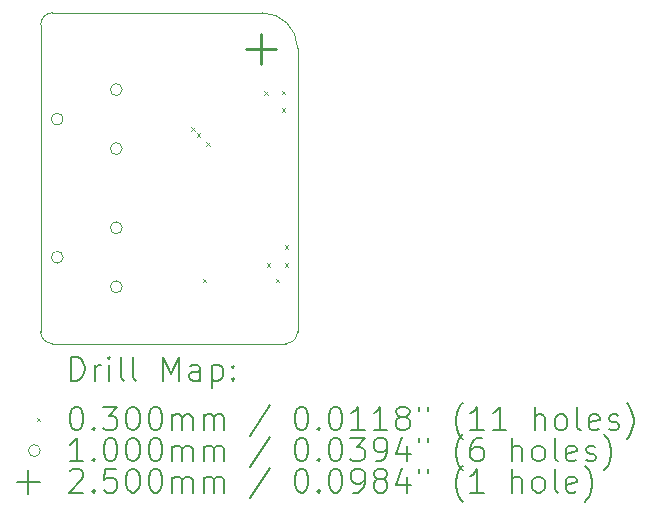
<source format=gbr>
%TF.GenerationSoftware,KiCad,Pcbnew,8.0.1*%
%TF.CreationDate,2024-07-10T16:12:53+08:00*%
%TF.ProjectId,555Sandbox,35353553-616e-4646-926f-782e6b696361,1.0.0*%
%TF.SameCoordinates,Original*%
%TF.FileFunction,Drillmap*%
%TF.FilePolarity,Positive*%
%FSLAX45Y45*%
G04 Gerber Fmt 4.5, Leading zero omitted, Abs format (unit mm)*
G04 Created by KiCad (PCBNEW 8.0.1) date 2024-07-10 16:12:53*
%MOMM*%
%LPD*%
G01*
G04 APERTURE LIST*
%ADD10C,0.050000*%
%ADD11C,0.200000*%
%ADD12C,0.100000*%
%ADD13C,0.250000*%
G04 APERTURE END LIST*
D10*
X9370000Y-6690000D02*
G75*
G02*
X9670000Y-6990000I0J-300000D01*
G01*
X9670000Y-9390000D02*
X9670000Y-6990000D01*
X7595000Y-9490000D02*
G75*
G02*
X7494292Y-9390005I0J100710D01*
G01*
X7495000Y-9390000D02*
X7495000Y-6790000D01*
X9670000Y-9390000D02*
G75*
G02*
X9570000Y-9490000I-100000J0D01*
G01*
X9570000Y-9490000D02*
X7595000Y-9490000D01*
X7495000Y-6790000D02*
G75*
G02*
X7595000Y-6690000I100000J0D01*
G01*
X7595000Y-6690000D02*
X9370000Y-6690000D01*
D11*
D12*
X8768002Y-7658002D02*
X8798002Y-7688002D01*
X8798002Y-7658002D02*
X8768002Y-7688002D01*
X8817500Y-7707500D02*
X8847500Y-7737500D01*
X8847500Y-7707500D02*
X8817500Y-7737500D01*
X8867500Y-8940000D02*
X8897500Y-8970000D01*
X8897500Y-8940000D02*
X8867500Y-8970000D01*
X8895000Y-7785000D02*
X8925000Y-7815000D01*
X8925000Y-7785000D02*
X8895000Y-7815000D01*
X9390000Y-7355000D02*
X9420000Y-7385000D01*
X9420000Y-7355000D02*
X9390000Y-7385000D01*
X9410000Y-8810000D02*
X9440000Y-8840000D01*
X9440000Y-8810000D02*
X9410000Y-8840000D01*
X9485000Y-8940000D02*
X9515000Y-8970000D01*
X9515000Y-8940000D02*
X9485000Y-8970000D01*
X9535000Y-7350000D02*
X9565000Y-7380000D01*
X9565000Y-7350000D02*
X9535000Y-7380000D01*
X9535000Y-7500000D02*
X9565000Y-7530000D01*
X9565000Y-7500000D02*
X9535000Y-7530000D01*
X9560000Y-8660000D02*
X9590000Y-8690000D01*
X9590000Y-8660000D02*
X9560000Y-8690000D01*
X9560000Y-8810000D02*
X9590000Y-8840000D01*
X9590000Y-8810000D02*
X9560000Y-8840000D01*
X7685000Y-7590000D02*
G75*
G02*
X7585000Y-7590000I-50000J0D01*
G01*
X7585000Y-7590000D02*
G75*
G02*
X7685000Y-7590000I50000J0D01*
G01*
X7685000Y-8760000D02*
G75*
G02*
X7585000Y-8760000I-50000J0D01*
G01*
X7585000Y-8760000D02*
G75*
G02*
X7685000Y-8760000I50000J0D01*
G01*
X8185000Y-7340000D02*
G75*
G02*
X8085000Y-7340000I-50000J0D01*
G01*
X8085000Y-7340000D02*
G75*
G02*
X8185000Y-7340000I50000J0D01*
G01*
X8185000Y-7840000D02*
G75*
G02*
X8085000Y-7840000I-50000J0D01*
G01*
X8085000Y-7840000D02*
G75*
G02*
X8185000Y-7840000I50000J0D01*
G01*
X8185000Y-8510000D02*
G75*
G02*
X8085000Y-8510000I-50000J0D01*
G01*
X8085000Y-8510000D02*
G75*
G02*
X8185000Y-8510000I50000J0D01*
G01*
X8185000Y-9010000D02*
G75*
G02*
X8085000Y-9010000I-50000J0D01*
G01*
X8085000Y-9010000D02*
G75*
G02*
X8185000Y-9010000I50000J0D01*
G01*
D13*
X9360000Y-6870000D02*
X9360000Y-7120000D01*
X9235000Y-6995000D02*
X9485000Y-6995000D01*
D11*
X7752569Y-9803984D02*
X7752569Y-9603984D01*
X7752569Y-9603984D02*
X7800188Y-9603984D01*
X7800188Y-9603984D02*
X7828759Y-9613508D01*
X7828759Y-9613508D02*
X7847807Y-9632555D01*
X7847807Y-9632555D02*
X7857330Y-9651603D01*
X7857330Y-9651603D02*
X7866854Y-9689698D01*
X7866854Y-9689698D02*
X7866854Y-9718270D01*
X7866854Y-9718270D02*
X7857330Y-9756365D01*
X7857330Y-9756365D02*
X7847807Y-9775412D01*
X7847807Y-9775412D02*
X7828759Y-9794460D01*
X7828759Y-9794460D02*
X7800188Y-9803984D01*
X7800188Y-9803984D02*
X7752569Y-9803984D01*
X7952569Y-9803984D02*
X7952569Y-9670650D01*
X7952569Y-9708746D02*
X7962092Y-9689698D01*
X7962092Y-9689698D02*
X7971616Y-9680174D01*
X7971616Y-9680174D02*
X7990664Y-9670650D01*
X7990664Y-9670650D02*
X8009711Y-9670650D01*
X8076378Y-9803984D02*
X8076378Y-9670650D01*
X8076378Y-9603984D02*
X8066854Y-9613508D01*
X8066854Y-9613508D02*
X8076378Y-9623031D01*
X8076378Y-9623031D02*
X8085902Y-9613508D01*
X8085902Y-9613508D02*
X8076378Y-9603984D01*
X8076378Y-9603984D02*
X8076378Y-9623031D01*
X8200188Y-9803984D02*
X8181140Y-9794460D01*
X8181140Y-9794460D02*
X8171616Y-9775412D01*
X8171616Y-9775412D02*
X8171616Y-9603984D01*
X8304949Y-9803984D02*
X8285902Y-9794460D01*
X8285902Y-9794460D02*
X8276378Y-9775412D01*
X8276378Y-9775412D02*
X8276378Y-9603984D01*
X8533521Y-9803984D02*
X8533521Y-9603984D01*
X8533521Y-9603984D02*
X8600188Y-9746841D01*
X8600188Y-9746841D02*
X8666854Y-9603984D01*
X8666854Y-9603984D02*
X8666854Y-9803984D01*
X8847807Y-9803984D02*
X8847807Y-9699222D01*
X8847807Y-9699222D02*
X8838283Y-9680174D01*
X8838283Y-9680174D02*
X8819235Y-9670650D01*
X8819235Y-9670650D02*
X8781140Y-9670650D01*
X8781140Y-9670650D02*
X8762092Y-9680174D01*
X8847807Y-9794460D02*
X8828759Y-9803984D01*
X8828759Y-9803984D02*
X8781140Y-9803984D01*
X8781140Y-9803984D02*
X8762092Y-9794460D01*
X8762092Y-9794460D02*
X8752569Y-9775412D01*
X8752569Y-9775412D02*
X8752569Y-9756365D01*
X8752569Y-9756365D02*
X8762092Y-9737317D01*
X8762092Y-9737317D02*
X8781140Y-9727793D01*
X8781140Y-9727793D02*
X8828759Y-9727793D01*
X8828759Y-9727793D02*
X8847807Y-9718270D01*
X8943045Y-9670650D02*
X8943045Y-9870650D01*
X8943045Y-9680174D02*
X8962092Y-9670650D01*
X8962092Y-9670650D02*
X9000188Y-9670650D01*
X9000188Y-9670650D02*
X9019235Y-9680174D01*
X9019235Y-9680174D02*
X9028759Y-9689698D01*
X9028759Y-9689698D02*
X9038283Y-9708746D01*
X9038283Y-9708746D02*
X9038283Y-9765889D01*
X9038283Y-9765889D02*
X9028759Y-9784936D01*
X9028759Y-9784936D02*
X9019235Y-9794460D01*
X9019235Y-9794460D02*
X9000188Y-9803984D01*
X9000188Y-9803984D02*
X8962092Y-9803984D01*
X8962092Y-9803984D02*
X8943045Y-9794460D01*
X9123997Y-9784936D02*
X9133521Y-9794460D01*
X9133521Y-9794460D02*
X9123997Y-9803984D01*
X9123997Y-9803984D02*
X9114473Y-9794460D01*
X9114473Y-9794460D02*
X9123997Y-9784936D01*
X9123997Y-9784936D02*
X9123997Y-9803984D01*
X9123997Y-9680174D02*
X9133521Y-9689698D01*
X9133521Y-9689698D02*
X9123997Y-9699222D01*
X9123997Y-9699222D02*
X9114473Y-9689698D01*
X9114473Y-9689698D02*
X9123997Y-9680174D01*
X9123997Y-9680174D02*
X9123997Y-9699222D01*
D12*
X7461792Y-10117500D02*
X7491792Y-10147500D01*
X7491792Y-10117500D02*
X7461792Y-10147500D01*
D11*
X7790664Y-10023984D02*
X7809711Y-10023984D01*
X7809711Y-10023984D02*
X7828759Y-10033508D01*
X7828759Y-10033508D02*
X7838283Y-10043031D01*
X7838283Y-10043031D02*
X7847807Y-10062079D01*
X7847807Y-10062079D02*
X7857330Y-10100174D01*
X7857330Y-10100174D02*
X7857330Y-10147793D01*
X7857330Y-10147793D02*
X7847807Y-10185889D01*
X7847807Y-10185889D02*
X7838283Y-10204936D01*
X7838283Y-10204936D02*
X7828759Y-10214460D01*
X7828759Y-10214460D02*
X7809711Y-10223984D01*
X7809711Y-10223984D02*
X7790664Y-10223984D01*
X7790664Y-10223984D02*
X7771616Y-10214460D01*
X7771616Y-10214460D02*
X7762092Y-10204936D01*
X7762092Y-10204936D02*
X7752569Y-10185889D01*
X7752569Y-10185889D02*
X7743045Y-10147793D01*
X7743045Y-10147793D02*
X7743045Y-10100174D01*
X7743045Y-10100174D02*
X7752569Y-10062079D01*
X7752569Y-10062079D02*
X7762092Y-10043031D01*
X7762092Y-10043031D02*
X7771616Y-10033508D01*
X7771616Y-10033508D02*
X7790664Y-10023984D01*
X7943045Y-10204936D02*
X7952569Y-10214460D01*
X7952569Y-10214460D02*
X7943045Y-10223984D01*
X7943045Y-10223984D02*
X7933521Y-10214460D01*
X7933521Y-10214460D02*
X7943045Y-10204936D01*
X7943045Y-10204936D02*
X7943045Y-10223984D01*
X8019235Y-10023984D02*
X8143045Y-10023984D01*
X8143045Y-10023984D02*
X8076378Y-10100174D01*
X8076378Y-10100174D02*
X8104950Y-10100174D01*
X8104950Y-10100174D02*
X8123997Y-10109698D01*
X8123997Y-10109698D02*
X8133521Y-10119222D01*
X8133521Y-10119222D02*
X8143045Y-10138270D01*
X8143045Y-10138270D02*
X8143045Y-10185889D01*
X8143045Y-10185889D02*
X8133521Y-10204936D01*
X8133521Y-10204936D02*
X8123997Y-10214460D01*
X8123997Y-10214460D02*
X8104950Y-10223984D01*
X8104950Y-10223984D02*
X8047807Y-10223984D01*
X8047807Y-10223984D02*
X8028759Y-10214460D01*
X8028759Y-10214460D02*
X8019235Y-10204936D01*
X8266854Y-10023984D02*
X8285902Y-10023984D01*
X8285902Y-10023984D02*
X8304950Y-10033508D01*
X8304950Y-10033508D02*
X8314473Y-10043031D01*
X8314473Y-10043031D02*
X8323997Y-10062079D01*
X8323997Y-10062079D02*
X8333521Y-10100174D01*
X8333521Y-10100174D02*
X8333521Y-10147793D01*
X8333521Y-10147793D02*
X8323997Y-10185889D01*
X8323997Y-10185889D02*
X8314473Y-10204936D01*
X8314473Y-10204936D02*
X8304950Y-10214460D01*
X8304950Y-10214460D02*
X8285902Y-10223984D01*
X8285902Y-10223984D02*
X8266854Y-10223984D01*
X8266854Y-10223984D02*
X8247807Y-10214460D01*
X8247807Y-10214460D02*
X8238283Y-10204936D01*
X8238283Y-10204936D02*
X8228759Y-10185889D01*
X8228759Y-10185889D02*
X8219235Y-10147793D01*
X8219235Y-10147793D02*
X8219235Y-10100174D01*
X8219235Y-10100174D02*
X8228759Y-10062079D01*
X8228759Y-10062079D02*
X8238283Y-10043031D01*
X8238283Y-10043031D02*
X8247807Y-10033508D01*
X8247807Y-10033508D02*
X8266854Y-10023984D01*
X8457331Y-10023984D02*
X8476378Y-10023984D01*
X8476378Y-10023984D02*
X8495426Y-10033508D01*
X8495426Y-10033508D02*
X8504950Y-10043031D01*
X8504950Y-10043031D02*
X8514473Y-10062079D01*
X8514473Y-10062079D02*
X8523997Y-10100174D01*
X8523997Y-10100174D02*
X8523997Y-10147793D01*
X8523997Y-10147793D02*
X8514473Y-10185889D01*
X8514473Y-10185889D02*
X8504950Y-10204936D01*
X8504950Y-10204936D02*
X8495426Y-10214460D01*
X8495426Y-10214460D02*
X8476378Y-10223984D01*
X8476378Y-10223984D02*
X8457331Y-10223984D01*
X8457331Y-10223984D02*
X8438283Y-10214460D01*
X8438283Y-10214460D02*
X8428759Y-10204936D01*
X8428759Y-10204936D02*
X8419235Y-10185889D01*
X8419235Y-10185889D02*
X8409712Y-10147793D01*
X8409712Y-10147793D02*
X8409712Y-10100174D01*
X8409712Y-10100174D02*
X8419235Y-10062079D01*
X8419235Y-10062079D02*
X8428759Y-10043031D01*
X8428759Y-10043031D02*
X8438283Y-10033508D01*
X8438283Y-10033508D02*
X8457331Y-10023984D01*
X8609712Y-10223984D02*
X8609712Y-10090650D01*
X8609712Y-10109698D02*
X8619235Y-10100174D01*
X8619235Y-10100174D02*
X8638283Y-10090650D01*
X8638283Y-10090650D02*
X8666854Y-10090650D01*
X8666854Y-10090650D02*
X8685902Y-10100174D01*
X8685902Y-10100174D02*
X8695426Y-10119222D01*
X8695426Y-10119222D02*
X8695426Y-10223984D01*
X8695426Y-10119222D02*
X8704950Y-10100174D01*
X8704950Y-10100174D02*
X8723997Y-10090650D01*
X8723997Y-10090650D02*
X8752569Y-10090650D01*
X8752569Y-10090650D02*
X8771616Y-10100174D01*
X8771616Y-10100174D02*
X8781140Y-10119222D01*
X8781140Y-10119222D02*
X8781140Y-10223984D01*
X8876378Y-10223984D02*
X8876378Y-10090650D01*
X8876378Y-10109698D02*
X8885902Y-10100174D01*
X8885902Y-10100174D02*
X8904950Y-10090650D01*
X8904950Y-10090650D02*
X8933521Y-10090650D01*
X8933521Y-10090650D02*
X8952569Y-10100174D01*
X8952569Y-10100174D02*
X8962093Y-10119222D01*
X8962093Y-10119222D02*
X8962093Y-10223984D01*
X8962093Y-10119222D02*
X8971616Y-10100174D01*
X8971616Y-10100174D02*
X8990664Y-10090650D01*
X8990664Y-10090650D02*
X9019235Y-10090650D01*
X9019235Y-10090650D02*
X9038283Y-10100174D01*
X9038283Y-10100174D02*
X9047807Y-10119222D01*
X9047807Y-10119222D02*
X9047807Y-10223984D01*
X9438283Y-10014460D02*
X9266855Y-10271603D01*
X9695426Y-10023984D02*
X9714474Y-10023984D01*
X9714474Y-10023984D02*
X9733521Y-10033508D01*
X9733521Y-10033508D02*
X9743045Y-10043031D01*
X9743045Y-10043031D02*
X9752569Y-10062079D01*
X9752569Y-10062079D02*
X9762093Y-10100174D01*
X9762093Y-10100174D02*
X9762093Y-10147793D01*
X9762093Y-10147793D02*
X9752569Y-10185889D01*
X9752569Y-10185889D02*
X9743045Y-10204936D01*
X9743045Y-10204936D02*
X9733521Y-10214460D01*
X9733521Y-10214460D02*
X9714474Y-10223984D01*
X9714474Y-10223984D02*
X9695426Y-10223984D01*
X9695426Y-10223984D02*
X9676378Y-10214460D01*
X9676378Y-10214460D02*
X9666855Y-10204936D01*
X9666855Y-10204936D02*
X9657331Y-10185889D01*
X9657331Y-10185889D02*
X9647807Y-10147793D01*
X9647807Y-10147793D02*
X9647807Y-10100174D01*
X9647807Y-10100174D02*
X9657331Y-10062079D01*
X9657331Y-10062079D02*
X9666855Y-10043031D01*
X9666855Y-10043031D02*
X9676378Y-10033508D01*
X9676378Y-10033508D02*
X9695426Y-10023984D01*
X9847807Y-10204936D02*
X9857331Y-10214460D01*
X9857331Y-10214460D02*
X9847807Y-10223984D01*
X9847807Y-10223984D02*
X9838283Y-10214460D01*
X9838283Y-10214460D02*
X9847807Y-10204936D01*
X9847807Y-10204936D02*
X9847807Y-10223984D01*
X9981140Y-10023984D02*
X10000188Y-10023984D01*
X10000188Y-10023984D02*
X10019236Y-10033508D01*
X10019236Y-10033508D02*
X10028759Y-10043031D01*
X10028759Y-10043031D02*
X10038283Y-10062079D01*
X10038283Y-10062079D02*
X10047807Y-10100174D01*
X10047807Y-10100174D02*
X10047807Y-10147793D01*
X10047807Y-10147793D02*
X10038283Y-10185889D01*
X10038283Y-10185889D02*
X10028759Y-10204936D01*
X10028759Y-10204936D02*
X10019236Y-10214460D01*
X10019236Y-10214460D02*
X10000188Y-10223984D01*
X10000188Y-10223984D02*
X9981140Y-10223984D01*
X9981140Y-10223984D02*
X9962093Y-10214460D01*
X9962093Y-10214460D02*
X9952569Y-10204936D01*
X9952569Y-10204936D02*
X9943045Y-10185889D01*
X9943045Y-10185889D02*
X9933521Y-10147793D01*
X9933521Y-10147793D02*
X9933521Y-10100174D01*
X9933521Y-10100174D02*
X9943045Y-10062079D01*
X9943045Y-10062079D02*
X9952569Y-10043031D01*
X9952569Y-10043031D02*
X9962093Y-10033508D01*
X9962093Y-10033508D02*
X9981140Y-10023984D01*
X10238283Y-10223984D02*
X10123997Y-10223984D01*
X10181140Y-10223984D02*
X10181140Y-10023984D01*
X10181140Y-10023984D02*
X10162093Y-10052555D01*
X10162093Y-10052555D02*
X10143045Y-10071603D01*
X10143045Y-10071603D02*
X10123997Y-10081127D01*
X10428759Y-10223984D02*
X10314474Y-10223984D01*
X10371616Y-10223984D02*
X10371616Y-10023984D01*
X10371616Y-10023984D02*
X10352569Y-10052555D01*
X10352569Y-10052555D02*
X10333521Y-10071603D01*
X10333521Y-10071603D02*
X10314474Y-10081127D01*
X10543045Y-10109698D02*
X10523997Y-10100174D01*
X10523997Y-10100174D02*
X10514474Y-10090650D01*
X10514474Y-10090650D02*
X10504950Y-10071603D01*
X10504950Y-10071603D02*
X10504950Y-10062079D01*
X10504950Y-10062079D02*
X10514474Y-10043031D01*
X10514474Y-10043031D02*
X10523997Y-10033508D01*
X10523997Y-10033508D02*
X10543045Y-10023984D01*
X10543045Y-10023984D02*
X10581140Y-10023984D01*
X10581140Y-10023984D02*
X10600188Y-10033508D01*
X10600188Y-10033508D02*
X10609712Y-10043031D01*
X10609712Y-10043031D02*
X10619236Y-10062079D01*
X10619236Y-10062079D02*
X10619236Y-10071603D01*
X10619236Y-10071603D02*
X10609712Y-10090650D01*
X10609712Y-10090650D02*
X10600188Y-10100174D01*
X10600188Y-10100174D02*
X10581140Y-10109698D01*
X10581140Y-10109698D02*
X10543045Y-10109698D01*
X10543045Y-10109698D02*
X10523997Y-10119222D01*
X10523997Y-10119222D02*
X10514474Y-10128746D01*
X10514474Y-10128746D02*
X10504950Y-10147793D01*
X10504950Y-10147793D02*
X10504950Y-10185889D01*
X10504950Y-10185889D02*
X10514474Y-10204936D01*
X10514474Y-10204936D02*
X10523997Y-10214460D01*
X10523997Y-10214460D02*
X10543045Y-10223984D01*
X10543045Y-10223984D02*
X10581140Y-10223984D01*
X10581140Y-10223984D02*
X10600188Y-10214460D01*
X10600188Y-10214460D02*
X10609712Y-10204936D01*
X10609712Y-10204936D02*
X10619236Y-10185889D01*
X10619236Y-10185889D02*
X10619236Y-10147793D01*
X10619236Y-10147793D02*
X10609712Y-10128746D01*
X10609712Y-10128746D02*
X10600188Y-10119222D01*
X10600188Y-10119222D02*
X10581140Y-10109698D01*
X10695426Y-10023984D02*
X10695426Y-10062079D01*
X10771617Y-10023984D02*
X10771617Y-10062079D01*
X11066855Y-10300174D02*
X11057331Y-10290650D01*
X11057331Y-10290650D02*
X11038283Y-10262079D01*
X11038283Y-10262079D02*
X11028759Y-10243031D01*
X11028759Y-10243031D02*
X11019236Y-10214460D01*
X11019236Y-10214460D02*
X11009712Y-10166841D01*
X11009712Y-10166841D02*
X11009712Y-10128746D01*
X11009712Y-10128746D02*
X11019236Y-10081127D01*
X11019236Y-10081127D02*
X11028759Y-10052555D01*
X11028759Y-10052555D02*
X11038283Y-10033508D01*
X11038283Y-10033508D02*
X11057331Y-10004936D01*
X11057331Y-10004936D02*
X11066855Y-9995412D01*
X11247807Y-10223984D02*
X11133521Y-10223984D01*
X11190664Y-10223984D02*
X11190664Y-10023984D01*
X11190664Y-10023984D02*
X11171617Y-10052555D01*
X11171617Y-10052555D02*
X11152569Y-10071603D01*
X11152569Y-10071603D02*
X11133521Y-10081127D01*
X11438283Y-10223984D02*
X11323997Y-10223984D01*
X11381140Y-10223984D02*
X11381140Y-10023984D01*
X11381140Y-10023984D02*
X11362093Y-10052555D01*
X11362093Y-10052555D02*
X11343045Y-10071603D01*
X11343045Y-10071603D02*
X11323997Y-10081127D01*
X11676378Y-10223984D02*
X11676378Y-10023984D01*
X11762093Y-10223984D02*
X11762093Y-10119222D01*
X11762093Y-10119222D02*
X11752569Y-10100174D01*
X11752569Y-10100174D02*
X11733521Y-10090650D01*
X11733521Y-10090650D02*
X11704950Y-10090650D01*
X11704950Y-10090650D02*
X11685902Y-10100174D01*
X11685902Y-10100174D02*
X11676378Y-10109698D01*
X11885902Y-10223984D02*
X11866855Y-10214460D01*
X11866855Y-10214460D02*
X11857331Y-10204936D01*
X11857331Y-10204936D02*
X11847807Y-10185889D01*
X11847807Y-10185889D02*
X11847807Y-10128746D01*
X11847807Y-10128746D02*
X11857331Y-10109698D01*
X11857331Y-10109698D02*
X11866855Y-10100174D01*
X11866855Y-10100174D02*
X11885902Y-10090650D01*
X11885902Y-10090650D02*
X11914474Y-10090650D01*
X11914474Y-10090650D02*
X11933521Y-10100174D01*
X11933521Y-10100174D02*
X11943045Y-10109698D01*
X11943045Y-10109698D02*
X11952569Y-10128746D01*
X11952569Y-10128746D02*
X11952569Y-10185889D01*
X11952569Y-10185889D02*
X11943045Y-10204936D01*
X11943045Y-10204936D02*
X11933521Y-10214460D01*
X11933521Y-10214460D02*
X11914474Y-10223984D01*
X11914474Y-10223984D02*
X11885902Y-10223984D01*
X12066855Y-10223984D02*
X12047807Y-10214460D01*
X12047807Y-10214460D02*
X12038283Y-10195412D01*
X12038283Y-10195412D02*
X12038283Y-10023984D01*
X12219236Y-10214460D02*
X12200188Y-10223984D01*
X12200188Y-10223984D02*
X12162093Y-10223984D01*
X12162093Y-10223984D02*
X12143045Y-10214460D01*
X12143045Y-10214460D02*
X12133521Y-10195412D01*
X12133521Y-10195412D02*
X12133521Y-10119222D01*
X12133521Y-10119222D02*
X12143045Y-10100174D01*
X12143045Y-10100174D02*
X12162093Y-10090650D01*
X12162093Y-10090650D02*
X12200188Y-10090650D01*
X12200188Y-10090650D02*
X12219236Y-10100174D01*
X12219236Y-10100174D02*
X12228759Y-10119222D01*
X12228759Y-10119222D02*
X12228759Y-10138270D01*
X12228759Y-10138270D02*
X12133521Y-10157317D01*
X12304950Y-10214460D02*
X12323998Y-10223984D01*
X12323998Y-10223984D02*
X12362093Y-10223984D01*
X12362093Y-10223984D02*
X12381140Y-10214460D01*
X12381140Y-10214460D02*
X12390664Y-10195412D01*
X12390664Y-10195412D02*
X12390664Y-10185889D01*
X12390664Y-10185889D02*
X12381140Y-10166841D01*
X12381140Y-10166841D02*
X12362093Y-10157317D01*
X12362093Y-10157317D02*
X12333521Y-10157317D01*
X12333521Y-10157317D02*
X12314474Y-10147793D01*
X12314474Y-10147793D02*
X12304950Y-10128746D01*
X12304950Y-10128746D02*
X12304950Y-10119222D01*
X12304950Y-10119222D02*
X12314474Y-10100174D01*
X12314474Y-10100174D02*
X12333521Y-10090650D01*
X12333521Y-10090650D02*
X12362093Y-10090650D01*
X12362093Y-10090650D02*
X12381140Y-10100174D01*
X12457331Y-10300174D02*
X12466855Y-10290650D01*
X12466855Y-10290650D02*
X12485902Y-10262079D01*
X12485902Y-10262079D02*
X12495426Y-10243031D01*
X12495426Y-10243031D02*
X12504950Y-10214460D01*
X12504950Y-10214460D02*
X12514474Y-10166841D01*
X12514474Y-10166841D02*
X12514474Y-10128746D01*
X12514474Y-10128746D02*
X12504950Y-10081127D01*
X12504950Y-10081127D02*
X12495426Y-10052555D01*
X12495426Y-10052555D02*
X12485902Y-10033508D01*
X12485902Y-10033508D02*
X12466855Y-10004936D01*
X12466855Y-10004936D02*
X12457331Y-9995412D01*
D12*
X7491792Y-10396500D02*
G75*
G02*
X7391792Y-10396500I-50000J0D01*
G01*
X7391792Y-10396500D02*
G75*
G02*
X7491792Y-10396500I50000J0D01*
G01*
D11*
X7857330Y-10487984D02*
X7743045Y-10487984D01*
X7800188Y-10487984D02*
X7800188Y-10287984D01*
X7800188Y-10287984D02*
X7781140Y-10316555D01*
X7781140Y-10316555D02*
X7762092Y-10335603D01*
X7762092Y-10335603D02*
X7743045Y-10345127D01*
X7943045Y-10468936D02*
X7952569Y-10478460D01*
X7952569Y-10478460D02*
X7943045Y-10487984D01*
X7943045Y-10487984D02*
X7933521Y-10478460D01*
X7933521Y-10478460D02*
X7943045Y-10468936D01*
X7943045Y-10468936D02*
X7943045Y-10487984D01*
X8076378Y-10287984D02*
X8095426Y-10287984D01*
X8095426Y-10287984D02*
X8114473Y-10297508D01*
X8114473Y-10297508D02*
X8123997Y-10307031D01*
X8123997Y-10307031D02*
X8133521Y-10326079D01*
X8133521Y-10326079D02*
X8143045Y-10364174D01*
X8143045Y-10364174D02*
X8143045Y-10411793D01*
X8143045Y-10411793D02*
X8133521Y-10449889D01*
X8133521Y-10449889D02*
X8123997Y-10468936D01*
X8123997Y-10468936D02*
X8114473Y-10478460D01*
X8114473Y-10478460D02*
X8095426Y-10487984D01*
X8095426Y-10487984D02*
X8076378Y-10487984D01*
X8076378Y-10487984D02*
X8057330Y-10478460D01*
X8057330Y-10478460D02*
X8047807Y-10468936D01*
X8047807Y-10468936D02*
X8038283Y-10449889D01*
X8038283Y-10449889D02*
X8028759Y-10411793D01*
X8028759Y-10411793D02*
X8028759Y-10364174D01*
X8028759Y-10364174D02*
X8038283Y-10326079D01*
X8038283Y-10326079D02*
X8047807Y-10307031D01*
X8047807Y-10307031D02*
X8057330Y-10297508D01*
X8057330Y-10297508D02*
X8076378Y-10287984D01*
X8266854Y-10287984D02*
X8285902Y-10287984D01*
X8285902Y-10287984D02*
X8304950Y-10297508D01*
X8304950Y-10297508D02*
X8314473Y-10307031D01*
X8314473Y-10307031D02*
X8323997Y-10326079D01*
X8323997Y-10326079D02*
X8333521Y-10364174D01*
X8333521Y-10364174D02*
X8333521Y-10411793D01*
X8333521Y-10411793D02*
X8323997Y-10449889D01*
X8323997Y-10449889D02*
X8314473Y-10468936D01*
X8314473Y-10468936D02*
X8304950Y-10478460D01*
X8304950Y-10478460D02*
X8285902Y-10487984D01*
X8285902Y-10487984D02*
X8266854Y-10487984D01*
X8266854Y-10487984D02*
X8247807Y-10478460D01*
X8247807Y-10478460D02*
X8238283Y-10468936D01*
X8238283Y-10468936D02*
X8228759Y-10449889D01*
X8228759Y-10449889D02*
X8219235Y-10411793D01*
X8219235Y-10411793D02*
X8219235Y-10364174D01*
X8219235Y-10364174D02*
X8228759Y-10326079D01*
X8228759Y-10326079D02*
X8238283Y-10307031D01*
X8238283Y-10307031D02*
X8247807Y-10297508D01*
X8247807Y-10297508D02*
X8266854Y-10287984D01*
X8457331Y-10287984D02*
X8476378Y-10287984D01*
X8476378Y-10287984D02*
X8495426Y-10297508D01*
X8495426Y-10297508D02*
X8504950Y-10307031D01*
X8504950Y-10307031D02*
X8514473Y-10326079D01*
X8514473Y-10326079D02*
X8523997Y-10364174D01*
X8523997Y-10364174D02*
X8523997Y-10411793D01*
X8523997Y-10411793D02*
X8514473Y-10449889D01*
X8514473Y-10449889D02*
X8504950Y-10468936D01*
X8504950Y-10468936D02*
X8495426Y-10478460D01*
X8495426Y-10478460D02*
X8476378Y-10487984D01*
X8476378Y-10487984D02*
X8457331Y-10487984D01*
X8457331Y-10487984D02*
X8438283Y-10478460D01*
X8438283Y-10478460D02*
X8428759Y-10468936D01*
X8428759Y-10468936D02*
X8419235Y-10449889D01*
X8419235Y-10449889D02*
X8409712Y-10411793D01*
X8409712Y-10411793D02*
X8409712Y-10364174D01*
X8409712Y-10364174D02*
X8419235Y-10326079D01*
X8419235Y-10326079D02*
X8428759Y-10307031D01*
X8428759Y-10307031D02*
X8438283Y-10297508D01*
X8438283Y-10297508D02*
X8457331Y-10287984D01*
X8609712Y-10487984D02*
X8609712Y-10354650D01*
X8609712Y-10373698D02*
X8619235Y-10364174D01*
X8619235Y-10364174D02*
X8638283Y-10354650D01*
X8638283Y-10354650D02*
X8666854Y-10354650D01*
X8666854Y-10354650D02*
X8685902Y-10364174D01*
X8685902Y-10364174D02*
X8695426Y-10383222D01*
X8695426Y-10383222D02*
X8695426Y-10487984D01*
X8695426Y-10383222D02*
X8704950Y-10364174D01*
X8704950Y-10364174D02*
X8723997Y-10354650D01*
X8723997Y-10354650D02*
X8752569Y-10354650D01*
X8752569Y-10354650D02*
X8771616Y-10364174D01*
X8771616Y-10364174D02*
X8781140Y-10383222D01*
X8781140Y-10383222D02*
X8781140Y-10487984D01*
X8876378Y-10487984D02*
X8876378Y-10354650D01*
X8876378Y-10373698D02*
X8885902Y-10364174D01*
X8885902Y-10364174D02*
X8904950Y-10354650D01*
X8904950Y-10354650D02*
X8933521Y-10354650D01*
X8933521Y-10354650D02*
X8952569Y-10364174D01*
X8952569Y-10364174D02*
X8962093Y-10383222D01*
X8962093Y-10383222D02*
X8962093Y-10487984D01*
X8962093Y-10383222D02*
X8971616Y-10364174D01*
X8971616Y-10364174D02*
X8990664Y-10354650D01*
X8990664Y-10354650D02*
X9019235Y-10354650D01*
X9019235Y-10354650D02*
X9038283Y-10364174D01*
X9038283Y-10364174D02*
X9047807Y-10383222D01*
X9047807Y-10383222D02*
X9047807Y-10487984D01*
X9438283Y-10278460D02*
X9266855Y-10535603D01*
X9695426Y-10287984D02*
X9714474Y-10287984D01*
X9714474Y-10287984D02*
X9733521Y-10297508D01*
X9733521Y-10297508D02*
X9743045Y-10307031D01*
X9743045Y-10307031D02*
X9752569Y-10326079D01*
X9752569Y-10326079D02*
X9762093Y-10364174D01*
X9762093Y-10364174D02*
X9762093Y-10411793D01*
X9762093Y-10411793D02*
X9752569Y-10449889D01*
X9752569Y-10449889D02*
X9743045Y-10468936D01*
X9743045Y-10468936D02*
X9733521Y-10478460D01*
X9733521Y-10478460D02*
X9714474Y-10487984D01*
X9714474Y-10487984D02*
X9695426Y-10487984D01*
X9695426Y-10487984D02*
X9676378Y-10478460D01*
X9676378Y-10478460D02*
X9666855Y-10468936D01*
X9666855Y-10468936D02*
X9657331Y-10449889D01*
X9657331Y-10449889D02*
X9647807Y-10411793D01*
X9647807Y-10411793D02*
X9647807Y-10364174D01*
X9647807Y-10364174D02*
X9657331Y-10326079D01*
X9657331Y-10326079D02*
X9666855Y-10307031D01*
X9666855Y-10307031D02*
X9676378Y-10297508D01*
X9676378Y-10297508D02*
X9695426Y-10287984D01*
X9847807Y-10468936D02*
X9857331Y-10478460D01*
X9857331Y-10478460D02*
X9847807Y-10487984D01*
X9847807Y-10487984D02*
X9838283Y-10478460D01*
X9838283Y-10478460D02*
X9847807Y-10468936D01*
X9847807Y-10468936D02*
X9847807Y-10487984D01*
X9981140Y-10287984D02*
X10000188Y-10287984D01*
X10000188Y-10287984D02*
X10019236Y-10297508D01*
X10019236Y-10297508D02*
X10028759Y-10307031D01*
X10028759Y-10307031D02*
X10038283Y-10326079D01*
X10038283Y-10326079D02*
X10047807Y-10364174D01*
X10047807Y-10364174D02*
X10047807Y-10411793D01*
X10047807Y-10411793D02*
X10038283Y-10449889D01*
X10038283Y-10449889D02*
X10028759Y-10468936D01*
X10028759Y-10468936D02*
X10019236Y-10478460D01*
X10019236Y-10478460D02*
X10000188Y-10487984D01*
X10000188Y-10487984D02*
X9981140Y-10487984D01*
X9981140Y-10487984D02*
X9962093Y-10478460D01*
X9962093Y-10478460D02*
X9952569Y-10468936D01*
X9952569Y-10468936D02*
X9943045Y-10449889D01*
X9943045Y-10449889D02*
X9933521Y-10411793D01*
X9933521Y-10411793D02*
X9933521Y-10364174D01*
X9933521Y-10364174D02*
X9943045Y-10326079D01*
X9943045Y-10326079D02*
X9952569Y-10307031D01*
X9952569Y-10307031D02*
X9962093Y-10297508D01*
X9962093Y-10297508D02*
X9981140Y-10287984D01*
X10114474Y-10287984D02*
X10238283Y-10287984D01*
X10238283Y-10287984D02*
X10171616Y-10364174D01*
X10171616Y-10364174D02*
X10200188Y-10364174D01*
X10200188Y-10364174D02*
X10219236Y-10373698D01*
X10219236Y-10373698D02*
X10228759Y-10383222D01*
X10228759Y-10383222D02*
X10238283Y-10402270D01*
X10238283Y-10402270D02*
X10238283Y-10449889D01*
X10238283Y-10449889D02*
X10228759Y-10468936D01*
X10228759Y-10468936D02*
X10219236Y-10478460D01*
X10219236Y-10478460D02*
X10200188Y-10487984D01*
X10200188Y-10487984D02*
X10143045Y-10487984D01*
X10143045Y-10487984D02*
X10123997Y-10478460D01*
X10123997Y-10478460D02*
X10114474Y-10468936D01*
X10333521Y-10487984D02*
X10371616Y-10487984D01*
X10371616Y-10487984D02*
X10390664Y-10478460D01*
X10390664Y-10478460D02*
X10400188Y-10468936D01*
X10400188Y-10468936D02*
X10419236Y-10440365D01*
X10419236Y-10440365D02*
X10428759Y-10402270D01*
X10428759Y-10402270D02*
X10428759Y-10326079D01*
X10428759Y-10326079D02*
X10419236Y-10307031D01*
X10419236Y-10307031D02*
X10409712Y-10297508D01*
X10409712Y-10297508D02*
X10390664Y-10287984D01*
X10390664Y-10287984D02*
X10352569Y-10287984D01*
X10352569Y-10287984D02*
X10333521Y-10297508D01*
X10333521Y-10297508D02*
X10323997Y-10307031D01*
X10323997Y-10307031D02*
X10314474Y-10326079D01*
X10314474Y-10326079D02*
X10314474Y-10373698D01*
X10314474Y-10373698D02*
X10323997Y-10392746D01*
X10323997Y-10392746D02*
X10333521Y-10402270D01*
X10333521Y-10402270D02*
X10352569Y-10411793D01*
X10352569Y-10411793D02*
X10390664Y-10411793D01*
X10390664Y-10411793D02*
X10409712Y-10402270D01*
X10409712Y-10402270D02*
X10419236Y-10392746D01*
X10419236Y-10392746D02*
X10428759Y-10373698D01*
X10600188Y-10354650D02*
X10600188Y-10487984D01*
X10552569Y-10278460D02*
X10504950Y-10421317D01*
X10504950Y-10421317D02*
X10628759Y-10421317D01*
X10695426Y-10287984D02*
X10695426Y-10326079D01*
X10771617Y-10287984D02*
X10771617Y-10326079D01*
X11066855Y-10564174D02*
X11057331Y-10554650D01*
X11057331Y-10554650D02*
X11038283Y-10526079D01*
X11038283Y-10526079D02*
X11028759Y-10507031D01*
X11028759Y-10507031D02*
X11019236Y-10478460D01*
X11019236Y-10478460D02*
X11009712Y-10430841D01*
X11009712Y-10430841D02*
X11009712Y-10392746D01*
X11009712Y-10392746D02*
X11019236Y-10345127D01*
X11019236Y-10345127D02*
X11028759Y-10316555D01*
X11028759Y-10316555D02*
X11038283Y-10297508D01*
X11038283Y-10297508D02*
X11057331Y-10268936D01*
X11057331Y-10268936D02*
X11066855Y-10259412D01*
X11228759Y-10287984D02*
X11190664Y-10287984D01*
X11190664Y-10287984D02*
X11171617Y-10297508D01*
X11171617Y-10297508D02*
X11162093Y-10307031D01*
X11162093Y-10307031D02*
X11143045Y-10335603D01*
X11143045Y-10335603D02*
X11133521Y-10373698D01*
X11133521Y-10373698D02*
X11133521Y-10449889D01*
X11133521Y-10449889D02*
X11143045Y-10468936D01*
X11143045Y-10468936D02*
X11152569Y-10478460D01*
X11152569Y-10478460D02*
X11171617Y-10487984D01*
X11171617Y-10487984D02*
X11209712Y-10487984D01*
X11209712Y-10487984D02*
X11228759Y-10478460D01*
X11228759Y-10478460D02*
X11238283Y-10468936D01*
X11238283Y-10468936D02*
X11247807Y-10449889D01*
X11247807Y-10449889D02*
X11247807Y-10402270D01*
X11247807Y-10402270D02*
X11238283Y-10383222D01*
X11238283Y-10383222D02*
X11228759Y-10373698D01*
X11228759Y-10373698D02*
X11209712Y-10364174D01*
X11209712Y-10364174D02*
X11171617Y-10364174D01*
X11171617Y-10364174D02*
X11152569Y-10373698D01*
X11152569Y-10373698D02*
X11143045Y-10383222D01*
X11143045Y-10383222D02*
X11133521Y-10402270D01*
X11485902Y-10487984D02*
X11485902Y-10287984D01*
X11571617Y-10487984D02*
X11571617Y-10383222D01*
X11571617Y-10383222D02*
X11562093Y-10364174D01*
X11562093Y-10364174D02*
X11543045Y-10354650D01*
X11543045Y-10354650D02*
X11514474Y-10354650D01*
X11514474Y-10354650D02*
X11495426Y-10364174D01*
X11495426Y-10364174D02*
X11485902Y-10373698D01*
X11695426Y-10487984D02*
X11676378Y-10478460D01*
X11676378Y-10478460D02*
X11666855Y-10468936D01*
X11666855Y-10468936D02*
X11657331Y-10449889D01*
X11657331Y-10449889D02*
X11657331Y-10392746D01*
X11657331Y-10392746D02*
X11666855Y-10373698D01*
X11666855Y-10373698D02*
X11676378Y-10364174D01*
X11676378Y-10364174D02*
X11695426Y-10354650D01*
X11695426Y-10354650D02*
X11723998Y-10354650D01*
X11723998Y-10354650D02*
X11743045Y-10364174D01*
X11743045Y-10364174D02*
X11752569Y-10373698D01*
X11752569Y-10373698D02*
X11762093Y-10392746D01*
X11762093Y-10392746D02*
X11762093Y-10449889D01*
X11762093Y-10449889D02*
X11752569Y-10468936D01*
X11752569Y-10468936D02*
X11743045Y-10478460D01*
X11743045Y-10478460D02*
X11723998Y-10487984D01*
X11723998Y-10487984D02*
X11695426Y-10487984D01*
X11876378Y-10487984D02*
X11857331Y-10478460D01*
X11857331Y-10478460D02*
X11847807Y-10459412D01*
X11847807Y-10459412D02*
X11847807Y-10287984D01*
X12028759Y-10478460D02*
X12009712Y-10487984D01*
X12009712Y-10487984D02*
X11971617Y-10487984D01*
X11971617Y-10487984D02*
X11952569Y-10478460D01*
X11952569Y-10478460D02*
X11943045Y-10459412D01*
X11943045Y-10459412D02*
X11943045Y-10383222D01*
X11943045Y-10383222D02*
X11952569Y-10364174D01*
X11952569Y-10364174D02*
X11971617Y-10354650D01*
X11971617Y-10354650D02*
X12009712Y-10354650D01*
X12009712Y-10354650D02*
X12028759Y-10364174D01*
X12028759Y-10364174D02*
X12038283Y-10383222D01*
X12038283Y-10383222D02*
X12038283Y-10402270D01*
X12038283Y-10402270D02*
X11943045Y-10421317D01*
X12114474Y-10478460D02*
X12133521Y-10487984D01*
X12133521Y-10487984D02*
X12171617Y-10487984D01*
X12171617Y-10487984D02*
X12190664Y-10478460D01*
X12190664Y-10478460D02*
X12200188Y-10459412D01*
X12200188Y-10459412D02*
X12200188Y-10449889D01*
X12200188Y-10449889D02*
X12190664Y-10430841D01*
X12190664Y-10430841D02*
X12171617Y-10421317D01*
X12171617Y-10421317D02*
X12143045Y-10421317D01*
X12143045Y-10421317D02*
X12123998Y-10411793D01*
X12123998Y-10411793D02*
X12114474Y-10392746D01*
X12114474Y-10392746D02*
X12114474Y-10383222D01*
X12114474Y-10383222D02*
X12123998Y-10364174D01*
X12123998Y-10364174D02*
X12143045Y-10354650D01*
X12143045Y-10354650D02*
X12171617Y-10354650D01*
X12171617Y-10354650D02*
X12190664Y-10364174D01*
X12266855Y-10564174D02*
X12276379Y-10554650D01*
X12276379Y-10554650D02*
X12295426Y-10526079D01*
X12295426Y-10526079D02*
X12304950Y-10507031D01*
X12304950Y-10507031D02*
X12314474Y-10478460D01*
X12314474Y-10478460D02*
X12323998Y-10430841D01*
X12323998Y-10430841D02*
X12323998Y-10392746D01*
X12323998Y-10392746D02*
X12314474Y-10345127D01*
X12314474Y-10345127D02*
X12304950Y-10316555D01*
X12304950Y-10316555D02*
X12295426Y-10297508D01*
X12295426Y-10297508D02*
X12276379Y-10268936D01*
X12276379Y-10268936D02*
X12266855Y-10259412D01*
X7391792Y-10560500D02*
X7391792Y-10760500D01*
X7291792Y-10660500D02*
X7491792Y-10660500D01*
X7743045Y-10571031D02*
X7752569Y-10561508D01*
X7752569Y-10561508D02*
X7771616Y-10551984D01*
X7771616Y-10551984D02*
X7819235Y-10551984D01*
X7819235Y-10551984D02*
X7838283Y-10561508D01*
X7838283Y-10561508D02*
X7847807Y-10571031D01*
X7847807Y-10571031D02*
X7857330Y-10590079D01*
X7857330Y-10590079D02*
X7857330Y-10609127D01*
X7857330Y-10609127D02*
X7847807Y-10637698D01*
X7847807Y-10637698D02*
X7733521Y-10751984D01*
X7733521Y-10751984D02*
X7857330Y-10751984D01*
X7943045Y-10732936D02*
X7952569Y-10742460D01*
X7952569Y-10742460D02*
X7943045Y-10751984D01*
X7943045Y-10751984D02*
X7933521Y-10742460D01*
X7933521Y-10742460D02*
X7943045Y-10732936D01*
X7943045Y-10732936D02*
X7943045Y-10751984D01*
X8133521Y-10551984D02*
X8038283Y-10551984D01*
X8038283Y-10551984D02*
X8028759Y-10647222D01*
X8028759Y-10647222D02*
X8038283Y-10637698D01*
X8038283Y-10637698D02*
X8057330Y-10628174D01*
X8057330Y-10628174D02*
X8104950Y-10628174D01*
X8104950Y-10628174D02*
X8123997Y-10637698D01*
X8123997Y-10637698D02*
X8133521Y-10647222D01*
X8133521Y-10647222D02*
X8143045Y-10666270D01*
X8143045Y-10666270D02*
X8143045Y-10713889D01*
X8143045Y-10713889D02*
X8133521Y-10732936D01*
X8133521Y-10732936D02*
X8123997Y-10742460D01*
X8123997Y-10742460D02*
X8104950Y-10751984D01*
X8104950Y-10751984D02*
X8057330Y-10751984D01*
X8057330Y-10751984D02*
X8038283Y-10742460D01*
X8038283Y-10742460D02*
X8028759Y-10732936D01*
X8266854Y-10551984D02*
X8285902Y-10551984D01*
X8285902Y-10551984D02*
X8304950Y-10561508D01*
X8304950Y-10561508D02*
X8314473Y-10571031D01*
X8314473Y-10571031D02*
X8323997Y-10590079D01*
X8323997Y-10590079D02*
X8333521Y-10628174D01*
X8333521Y-10628174D02*
X8333521Y-10675793D01*
X8333521Y-10675793D02*
X8323997Y-10713889D01*
X8323997Y-10713889D02*
X8314473Y-10732936D01*
X8314473Y-10732936D02*
X8304950Y-10742460D01*
X8304950Y-10742460D02*
X8285902Y-10751984D01*
X8285902Y-10751984D02*
X8266854Y-10751984D01*
X8266854Y-10751984D02*
X8247807Y-10742460D01*
X8247807Y-10742460D02*
X8238283Y-10732936D01*
X8238283Y-10732936D02*
X8228759Y-10713889D01*
X8228759Y-10713889D02*
X8219235Y-10675793D01*
X8219235Y-10675793D02*
X8219235Y-10628174D01*
X8219235Y-10628174D02*
X8228759Y-10590079D01*
X8228759Y-10590079D02*
X8238283Y-10571031D01*
X8238283Y-10571031D02*
X8247807Y-10561508D01*
X8247807Y-10561508D02*
X8266854Y-10551984D01*
X8457331Y-10551984D02*
X8476378Y-10551984D01*
X8476378Y-10551984D02*
X8495426Y-10561508D01*
X8495426Y-10561508D02*
X8504950Y-10571031D01*
X8504950Y-10571031D02*
X8514473Y-10590079D01*
X8514473Y-10590079D02*
X8523997Y-10628174D01*
X8523997Y-10628174D02*
X8523997Y-10675793D01*
X8523997Y-10675793D02*
X8514473Y-10713889D01*
X8514473Y-10713889D02*
X8504950Y-10732936D01*
X8504950Y-10732936D02*
X8495426Y-10742460D01*
X8495426Y-10742460D02*
X8476378Y-10751984D01*
X8476378Y-10751984D02*
X8457331Y-10751984D01*
X8457331Y-10751984D02*
X8438283Y-10742460D01*
X8438283Y-10742460D02*
X8428759Y-10732936D01*
X8428759Y-10732936D02*
X8419235Y-10713889D01*
X8419235Y-10713889D02*
X8409712Y-10675793D01*
X8409712Y-10675793D02*
X8409712Y-10628174D01*
X8409712Y-10628174D02*
X8419235Y-10590079D01*
X8419235Y-10590079D02*
X8428759Y-10571031D01*
X8428759Y-10571031D02*
X8438283Y-10561508D01*
X8438283Y-10561508D02*
X8457331Y-10551984D01*
X8609712Y-10751984D02*
X8609712Y-10618650D01*
X8609712Y-10637698D02*
X8619235Y-10628174D01*
X8619235Y-10628174D02*
X8638283Y-10618650D01*
X8638283Y-10618650D02*
X8666854Y-10618650D01*
X8666854Y-10618650D02*
X8685902Y-10628174D01*
X8685902Y-10628174D02*
X8695426Y-10647222D01*
X8695426Y-10647222D02*
X8695426Y-10751984D01*
X8695426Y-10647222D02*
X8704950Y-10628174D01*
X8704950Y-10628174D02*
X8723997Y-10618650D01*
X8723997Y-10618650D02*
X8752569Y-10618650D01*
X8752569Y-10618650D02*
X8771616Y-10628174D01*
X8771616Y-10628174D02*
X8781140Y-10647222D01*
X8781140Y-10647222D02*
X8781140Y-10751984D01*
X8876378Y-10751984D02*
X8876378Y-10618650D01*
X8876378Y-10637698D02*
X8885902Y-10628174D01*
X8885902Y-10628174D02*
X8904950Y-10618650D01*
X8904950Y-10618650D02*
X8933521Y-10618650D01*
X8933521Y-10618650D02*
X8952569Y-10628174D01*
X8952569Y-10628174D02*
X8962093Y-10647222D01*
X8962093Y-10647222D02*
X8962093Y-10751984D01*
X8962093Y-10647222D02*
X8971616Y-10628174D01*
X8971616Y-10628174D02*
X8990664Y-10618650D01*
X8990664Y-10618650D02*
X9019235Y-10618650D01*
X9019235Y-10618650D02*
X9038283Y-10628174D01*
X9038283Y-10628174D02*
X9047807Y-10647222D01*
X9047807Y-10647222D02*
X9047807Y-10751984D01*
X9438283Y-10542460D02*
X9266855Y-10799603D01*
X9695426Y-10551984D02*
X9714474Y-10551984D01*
X9714474Y-10551984D02*
X9733521Y-10561508D01*
X9733521Y-10561508D02*
X9743045Y-10571031D01*
X9743045Y-10571031D02*
X9752569Y-10590079D01*
X9752569Y-10590079D02*
X9762093Y-10628174D01*
X9762093Y-10628174D02*
X9762093Y-10675793D01*
X9762093Y-10675793D02*
X9752569Y-10713889D01*
X9752569Y-10713889D02*
X9743045Y-10732936D01*
X9743045Y-10732936D02*
X9733521Y-10742460D01*
X9733521Y-10742460D02*
X9714474Y-10751984D01*
X9714474Y-10751984D02*
X9695426Y-10751984D01*
X9695426Y-10751984D02*
X9676378Y-10742460D01*
X9676378Y-10742460D02*
X9666855Y-10732936D01*
X9666855Y-10732936D02*
X9657331Y-10713889D01*
X9657331Y-10713889D02*
X9647807Y-10675793D01*
X9647807Y-10675793D02*
X9647807Y-10628174D01*
X9647807Y-10628174D02*
X9657331Y-10590079D01*
X9657331Y-10590079D02*
X9666855Y-10571031D01*
X9666855Y-10571031D02*
X9676378Y-10561508D01*
X9676378Y-10561508D02*
X9695426Y-10551984D01*
X9847807Y-10732936D02*
X9857331Y-10742460D01*
X9857331Y-10742460D02*
X9847807Y-10751984D01*
X9847807Y-10751984D02*
X9838283Y-10742460D01*
X9838283Y-10742460D02*
X9847807Y-10732936D01*
X9847807Y-10732936D02*
X9847807Y-10751984D01*
X9981140Y-10551984D02*
X10000188Y-10551984D01*
X10000188Y-10551984D02*
X10019236Y-10561508D01*
X10019236Y-10561508D02*
X10028759Y-10571031D01*
X10028759Y-10571031D02*
X10038283Y-10590079D01*
X10038283Y-10590079D02*
X10047807Y-10628174D01*
X10047807Y-10628174D02*
X10047807Y-10675793D01*
X10047807Y-10675793D02*
X10038283Y-10713889D01*
X10038283Y-10713889D02*
X10028759Y-10732936D01*
X10028759Y-10732936D02*
X10019236Y-10742460D01*
X10019236Y-10742460D02*
X10000188Y-10751984D01*
X10000188Y-10751984D02*
X9981140Y-10751984D01*
X9981140Y-10751984D02*
X9962093Y-10742460D01*
X9962093Y-10742460D02*
X9952569Y-10732936D01*
X9952569Y-10732936D02*
X9943045Y-10713889D01*
X9943045Y-10713889D02*
X9933521Y-10675793D01*
X9933521Y-10675793D02*
X9933521Y-10628174D01*
X9933521Y-10628174D02*
X9943045Y-10590079D01*
X9943045Y-10590079D02*
X9952569Y-10571031D01*
X9952569Y-10571031D02*
X9962093Y-10561508D01*
X9962093Y-10561508D02*
X9981140Y-10551984D01*
X10143045Y-10751984D02*
X10181140Y-10751984D01*
X10181140Y-10751984D02*
X10200188Y-10742460D01*
X10200188Y-10742460D02*
X10209712Y-10732936D01*
X10209712Y-10732936D02*
X10228759Y-10704365D01*
X10228759Y-10704365D02*
X10238283Y-10666270D01*
X10238283Y-10666270D02*
X10238283Y-10590079D01*
X10238283Y-10590079D02*
X10228759Y-10571031D01*
X10228759Y-10571031D02*
X10219236Y-10561508D01*
X10219236Y-10561508D02*
X10200188Y-10551984D01*
X10200188Y-10551984D02*
X10162093Y-10551984D01*
X10162093Y-10551984D02*
X10143045Y-10561508D01*
X10143045Y-10561508D02*
X10133521Y-10571031D01*
X10133521Y-10571031D02*
X10123997Y-10590079D01*
X10123997Y-10590079D02*
X10123997Y-10637698D01*
X10123997Y-10637698D02*
X10133521Y-10656746D01*
X10133521Y-10656746D02*
X10143045Y-10666270D01*
X10143045Y-10666270D02*
X10162093Y-10675793D01*
X10162093Y-10675793D02*
X10200188Y-10675793D01*
X10200188Y-10675793D02*
X10219236Y-10666270D01*
X10219236Y-10666270D02*
X10228759Y-10656746D01*
X10228759Y-10656746D02*
X10238283Y-10637698D01*
X10352569Y-10637698D02*
X10333521Y-10628174D01*
X10333521Y-10628174D02*
X10323997Y-10618650D01*
X10323997Y-10618650D02*
X10314474Y-10599603D01*
X10314474Y-10599603D02*
X10314474Y-10590079D01*
X10314474Y-10590079D02*
X10323997Y-10571031D01*
X10323997Y-10571031D02*
X10333521Y-10561508D01*
X10333521Y-10561508D02*
X10352569Y-10551984D01*
X10352569Y-10551984D02*
X10390664Y-10551984D01*
X10390664Y-10551984D02*
X10409712Y-10561508D01*
X10409712Y-10561508D02*
X10419236Y-10571031D01*
X10419236Y-10571031D02*
X10428759Y-10590079D01*
X10428759Y-10590079D02*
X10428759Y-10599603D01*
X10428759Y-10599603D02*
X10419236Y-10618650D01*
X10419236Y-10618650D02*
X10409712Y-10628174D01*
X10409712Y-10628174D02*
X10390664Y-10637698D01*
X10390664Y-10637698D02*
X10352569Y-10637698D01*
X10352569Y-10637698D02*
X10333521Y-10647222D01*
X10333521Y-10647222D02*
X10323997Y-10656746D01*
X10323997Y-10656746D02*
X10314474Y-10675793D01*
X10314474Y-10675793D02*
X10314474Y-10713889D01*
X10314474Y-10713889D02*
X10323997Y-10732936D01*
X10323997Y-10732936D02*
X10333521Y-10742460D01*
X10333521Y-10742460D02*
X10352569Y-10751984D01*
X10352569Y-10751984D02*
X10390664Y-10751984D01*
X10390664Y-10751984D02*
X10409712Y-10742460D01*
X10409712Y-10742460D02*
X10419236Y-10732936D01*
X10419236Y-10732936D02*
X10428759Y-10713889D01*
X10428759Y-10713889D02*
X10428759Y-10675793D01*
X10428759Y-10675793D02*
X10419236Y-10656746D01*
X10419236Y-10656746D02*
X10409712Y-10647222D01*
X10409712Y-10647222D02*
X10390664Y-10637698D01*
X10600188Y-10618650D02*
X10600188Y-10751984D01*
X10552569Y-10542460D02*
X10504950Y-10685317D01*
X10504950Y-10685317D02*
X10628759Y-10685317D01*
X10695426Y-10551984D02*
X10695426Y-10590079D01*
X10771617Y-10551984D02*
X10771617Y-10590079D01*
X11066855Y-10828174D02*
X11057331Y-10818650D01*
X11057331Y-10818650D02*
X11038283Y-10790079D01*
X11038283Y-10790079D02*
X11028759Y-10771031D01*
X11028759Y-10771031D02*
X11019236Y-10742460D01*
X11019236Y-10742460D02*
X11009712Y-10694841D01*
X11009712Y-10694841D02*
X11009712Y-10656746D01*
X11009712Y-10656746D02*
X11019236Y-10609127D01*
X11019236Y-10609127D02*
X11028759Y-10580555D01*
X11028759Y-10580555D02*
X11038283Y-10561508D01*
X11038283Y-10561508D02*
X11057331Y-10532936D01*
X11057331Y-10532936D02*
X11066855Y-10523412D01*
X11247807Y-10751984D02*
X11133521Y-10751984D01*
X11190664Y-10751984D02*
X11190664Y-10551984D01*
X11190664Y-10551984D02*
X11171617Y-10580555D01*
X11171617Y-10580555D02*
X11152569Y-10599603D01*
X11152569Y-10599603D02*
X11133521Y-10609127D01*
X11485902Y-10751984D02*
X11485902Y-10551984D01*
X11571617Y-10751984D02*
X11571617Y-10647222D01*
X11571617Y-10647222D02*
X11562093Y-10628174D01*
X11562093Y-10628174D02*
X11543045Y-10618650D01*
X11543045Y-10618650D02*
X11514474Y-10618650D01*
X11514474Y-10618650D02*
X11495426Y-10628174D01*
X11495426Y-10628174D02*
X11485902Y-10637698D01*
X11695426Y-10751984D02*
X11676378Y-10742460D01*
X11676378Y-10742460D02*
X11666855Y-10732936D01*
X11666855Y-10732936D02*
X11657331Y-10713889D01*
X11657331Y-10713889D02*
X11657331Y-10656746D01*
X11657331Y-10656746D02*
X11666855Y-10637698D01*
X11666855Y-10637698D02*
X11676378Y-10628174D01*
X11676378Y-10628174D02*
X11695426Y-10618650D01*
X11695426Y-10618650D02*
X11723998Y-10618650D01*
X11723998Y-10618650D02*
X11743045Y-10628174D01*
X11743045Y-10628174D02*
X11752569Y-10637698D01*
X11752569Y-10637698D02*
X11762093Y-10656746D01*
X11762093Y-10656746D02*
X11762093Y-10713889D01*
X11762093Y-10713889D02*
X11752569Y-10732936D01*
X11752569Y-10732936D02*
X11743045Y-10742460D01*
X11743045Y-10742460D02*
X11723998Y-10751984D01*
X11723998Y-10751984D02*
X11695426Y-10751984D01*
X11876378Y-10751984D02*
X11857331Y-10742460D01*
X11857331Y-10742460D02*
X11847807Y-10723412D01*
X11847807Y-10723412D02*
X11847807Y-10551984D01*
X12028759Y-10742460D02*
X12009712Y-10751984D01*
X12009712Y-10751984D02*
X11971617Y-10751984D01*
X11971617Y-10751984D02*
X11952569Y-10742460D01*
X11952569Y-10742460D02*
X11943045Y-10723412D01*
X11943045Y-10723412D02*
X11943045Y-10647222D01*
X11943045Y-10647222D02*
X11952569Y-10628174D01*
X11952569Y-10628174D02*
X11971617Y-10618650D01*
X11971617Y-10618650D02*
X12009712Y-10618650D01*
X12009712Y-10618650D02*
X12028759Y-10628174D01*
X12028759Y-10628174D02*
X12038283Y-10647222D01*
X12038283Y-10647222D02*
X12038283Y-10666270D01*
X12038283Y-10666270D02*
X11943045Y-10685317D01*
X12104950Y-10828174D02*
X12114474Y-10818650D01*
X12114474Y-10818650D02*
X12133521Y-10790079D01*
X12133521Y-10790079D02*
X12143045Y-10771031D01*
X12143045Y-10771031D02*
X12152569Y-10742460D01*
X12152569Y-10742460D02*
X12162093Y-10694841D01*
X12162093Y-10694841D02*
X12162093Y-10656746D01*
X12162093Y-10656746D02*
X12152569Y-10609127D01*
X12152569Y-10609127D02*
X12143045Y-10580555D01*
X12143045Y-10580555D02*
X12133521Y-10561508D01*
X12133521Y-10561508D02*
X12114474Y-10532936D01*
X12114474Y-10532936D02*
X12104950Y-10523412D01*
M02*

</source>
